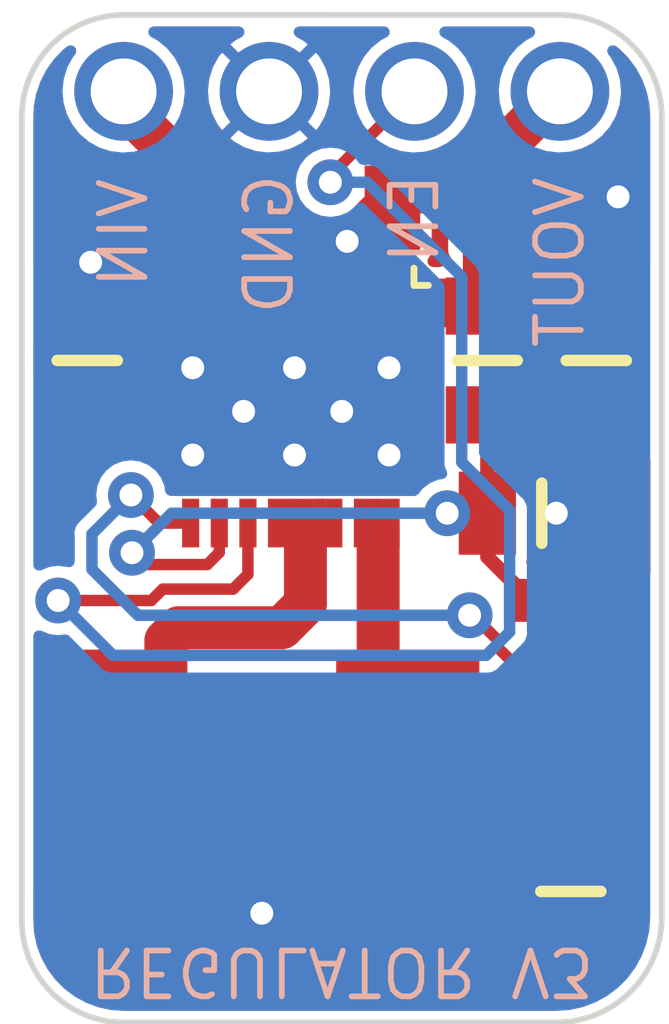
<source format=kicad_pcb>
(kicad_pcb (version 20211014) (generator pcbnew)
  (layers (0 "F.Cu" signal) (31 "B.Cu" signal) (34 "B.Paste" user) (35 "F.Paste" user) (36 "B.SilkS" user "B.Silkscreen") (37 "F.SilkS" user "F.Silkscreen") (38 "B.Mask" user) (39 "F.Mask" user) (44 "Edge.Cuts" user))
  (net 0 "")
  (net 1 "/VIN")
  (net 2 "GND")
  (net 3 "/EN")
  (net 4 "Net-(IC1-Pad12)")
  (net 5 "Net-(IC1-Pad15)")
  (net 6 "Net-(IC1-Pad8)")
  (net 7 "Net-(C2-Pad1)")
  (net 8 "Net-(C2-Pad2)")
  (net 9 "Net-(C3-Pad1)")
  (net 10 "Net-(C4-Pad2)")
  (net 11 "/IC_VOUT")
  (footprint "SamacSys_Parts:RESC2012X60N" (layer "F.Cu") (at 133.731 49.403 -90)
    (fp_text reference "R1" hide)
    (fp_text value "90.9k" hide)
    (fp_line (start 0 -0.525) (end 0 0.525) (layer "F.SilkS") (width 0.2))
    (pad "1" smd rect locked (at -0.95 0 270) (size 1 1.45) (layers "F.Cu" "F.Paste" "F.Mask") (net 2 "GND"))
    (pad "2" smd rect locked (at 0.95 0 270) (size 1 1.45) (layers "F.Cu" "F.Paste" "F.Mask") (net 6 "Net-(IC1-Pad8)"))
  )
  (footprint "HCP0704-2R3-R:HCP0704-2R3-R" (layer "F.Cu") (at 136.779 56.4515 180)
    (fp_text reference "L1" hide)
    (fp_text value "2.2pH" hide)
    (pad "1" smd rect (at -2.55 0 180) (size 2.5 4) (layers "F.Cu" "F.Paste" "F.Mask") (net 5 "Net-(IC1-Pad15)"))
    (pad "2" smd rect (at 2.55 0 180) (size 2.5 4) (layers "F.Cu" "F.Paste" "F.Mask") (net 4 "Net-(IC1-Pad12)"))
    (zone (net 0) (net_name "") (layers "F.Cu" "In1.Cu" "In2.Cu" "In3.Cu" "In4.Cu" "In5.Cu" "In6.Cu" "In7.Cu" "In8.Cu" "In9.Cu" "In10.Cu" "In11.Cu" "In12.Cu" "In13.Cu" "In14.Cu" "In15.Cu" "In16.Cu" "In17.Cu" "In18.Cu" "In19.Cu" "In20.Cu" "In21.Cu" "In22.Cu" "In23.Cu" "In24.Cu" "In25.Cu" "In26.Cu" "In27.Cu" "In28.Cu" "In29.Cu" "In30.Cu") (connect_pads (clearance 0)) (min_thickness 0.254)
      (keepout (tracks not_allowed) (vias not_allowed) (pads not_allowed) (copperpour not_allowed) (footprints allowed))
      (fill (thermal_gap 0.508) (thermal_bridge_width 0.508))
      (polygon (pts (xy 135.478844 58.450088) (xy 135.4836 54.4449) (xy 138.0744 54.4449) (xy 138.0744 58.4581)))
    )
  )
  (footprint "SamacSys_Parts:RESC2012X60N" (layer "F.Cu") (at 142.1765 58.674 -90)
    (fp_text reference "R2" hide)
    (fp_text value "49.9k" hide)
    (fp_line (start 0 -0.525) (end 0 0.525) (layer "F.SilkS") (width 0.2))
    (pad "1" smd rect locked (at -0.95 0 270) (size 1 1.45) (layers "F.Cu" "F.Paste" "F.Mask") (net 7 "Net-(C2-Pad1)"))
    (pad "2" smd rect locked (at 0.95 0 270) (size 1 1.45) (layers "F.Cu" "F.Paste" "F.Mask") (net 9 "Net-(C3-Pad1)"))
  )
  (footprint "M20-9730446:HDRV4W66P0X254_1X4_1016X254X954P" (layer "F.Cu") (at 134.366 44.704)
    (fp_text reference "J1" hide)
    (fp_text value "M20-9730446" hide)
    (pad "1" thru_hole circle (at 0 0) (size 1.725 1.725) (drill 1.15) (layers *.Cu *.Mask) (net 1 "/VIN"))
    (pad "2" thru_hole circle (at 2.54 0) (size 1.725 1.725) (drill 1.15) (layers *.Cu *.Mask) (net 2 "GND"))
    (pad "3" thru_hole circle (at 5.08 0) (size 1.725 1.725) (drill 1.15) (layers *.Cu *.Mask) (net 3 "/EN"))
    (pad "4" thru_hole circle (at 7.62 0) (size 1.725 1.725) (drill 1.15) (layers *.Cu *.Mask) (net 11 "/IC_VOUT"))
  )
  (footprint "SamacSys_Parts:CAPC1608X90N" (layer "F.Cu") (at 142.875 54.2925 90)
    (fp_text reference "C4" hide)
    (fp_text value "47pF" hide)
    (pad "1" smd rect locked (at -0.7 0 90) (size 0.75 0.94) (layers "F.Cu" "F.Paste" "F.Mask") (net 8 "Net-(C2-Pad2)"))
    (pad "2" smd rect locked (at 0.7 0 90) (size 0.75 0.94) (layers "F.Cu" "F.Paste" "F.Mask") (net 10 "Net-(C4-Pad2)"))
  )
  (footprint "SamacSys_Parts:RESC2012X60N" (layer "F.Cu") (at 140.716 49.403 -90)
    (fp_text reference "R3" hide)
    (fp_text value "182k" hide)
    (fp_line (start 0 -0.525) (end 0 0.525) (layer "F.SilkS") (width 0.2))
    (pad "1" smd rect locked (at -0.95 0 270) (size 1 1.45) (layers "F.Cu" "F.Paste" "F.Mask") (net 11 "/IC_VOUT"))
    (pad "2" smd rect locked (at 0.95 0 270) (size 1 1.45) (layers "F.Cu" "F.Paste" "F.Mask") (net 8 "Net-(C2-Pad2)"))
  )
  (footprint "SamacSys_Parts:CAPC1608X90N" (layer "F.Cu") (at 141.478 54.2925 90)
    (fp_text reference "C2" hide)
    (fp_text value "12pF" hide)
    (pad "1" smd rect locked (at -0.7 0 90) (size 0.75 0.94) (layers "F.Cu" "F.Paste" "F.Mask") (net 7 "Net-(C2-Pad1)"))
    (pad "2" smd rect locked (at 0.7 0 90) (size 0.75 0.94) (layers "F.Cu" "F.Paste" "F.Mask") (net 8 "Net-(C2-Pad2)"))
  )
  (footprint "LTC3113EDHD#TRPBF:SON50P400X500X80-17N-D" (layer "F.Cu") (at 137.287 50.292 -90)
    (fp_text reference "IC1" hide)
    (fp_text value "LTC3113EDHD" hide)
    (fp_line (start -2.5 -2.15) (end -2.2 -2.15) (layer "F.SilkS") (width 0.12))
    (fp_line (start -2.2 -2.15) (end -2.2 -2.4) (layer "F.SilkS") (width 0.12))
    (pad "1" smd rect (at -1.95 -1.75) (size 0.3 0.85) (layers "F.Cu" "F.Paste" "F.Mask") (net 11 "/IC_VOUT"))
    (pad "2" smd rect (at -1.95 -1.25) (size 0.3 0.85) (layers "F.Cu" "F.Paste" "F.Mask") (net 11 "/IC_VOUT"))
    (pad "3" smd rect (at -1.95 -0.75) (size 0.3 0.85) (layers "F.Cu" "F.Paste" "F.Mask") (net 1 "/VIN"))
    (pad "4" smd rect (at -1.95 -0.25) (size 0.3 0.85) (layers "F.Cu" "F.Paste" "F.Mask") (net 1 "/VIN"))
    (pad "5" smd rect (at -1.95 0.25) (size 0.3 0.85) (layers "F.Cu" "F.Paste" "F.Mask") (net 1 "/VIN"))
    (pad "6" smd rect (at -1.95 0.75) (size 0.3 0.85) (layers "F.Cu" "F.Paste" "F.Mask") (net 2 "GND"))
    (pad "7" smd rect (at -1.95 1.25) (size 0.3 0.85) (layers "F.Cu" "F.Paste" "F.Mask") (net 2 "GND"))
    (pad "8" smd rect (at -1.95 1.75) (size 0.3 0.85) (layers "F.Cu" "F.Paste" "F.Mask") (net 6 "Net-(IC1-Pad8)"))
    (pad "9" smd rect (at 1.95 1.75) (size 0.3 0.85) (layers "F.Cu" "F.Paste" "F.Mask") (net 7 "Net-(C2-Pad1)"))
    (pad "10" smd rect (at 1.95 1.25) (size 0.3 0.85) (layers "F.Cu" "F.Paste" "F.Mask") (net 8 "Net-(C2-Pad2)"))
    (pad "11" smd rect (at 1.95 0.75) (size 0.3 0.85) (layers "F.Cu" "F.Paste" "F.Mask") (net 3 "/EN"))
    (pad "12" smd rect (at 1.95 0.25) (size 0.3 0.85) (layers "F.Cu" "F.Paste" "F.Mask") (net 4 "Net-(IC1-Pad12)"))
    (pad "13" smd rect (at 1.95 -0.25) (size 0.3 0.85) (layers "F.Cu" "F.Paste" "F.Mask") (net 4 "Net-(IC1-Pad12)"))
    (pad "14" smd rect (at 1.95 -0.75) (size 0.3 0.85) (layers "F.Cu" "F.Paste" "F.Mask") (net 4 "Net-(IC1-Pad12)"))
    (pad "15" smd rect (at 1.95 -1.25) (size 0.3 0.85) (layers "F.Cu" "F.Paste" "F.Mask") (net 5 "Net-(IC1-Pad15)"))
    (pad "16" smd rect (at 1.95 -1.75) (size 0.3 0.85) (layers "F.Cu" "F.Paste" "F.Mask") (net 5 "Net-(IC1-Pad15)"))
    (pad "17" smd rect (at 0 0 270) (size 2.54 4.44) (layers "F.Cu" "F.Paste" "F.Mask") (net 2 "GND"))
  )
  (footprint "SamacSys_Parts:RESC2012X60N" (layer "F.Cu") (at 142.621 49.403 -90)
    (fp_text reference "R5" hide)
    (fp_text value "6.49k" hide)
    (fp_line (start 0 -0.525) (end 0 0.525) (layer "F.SilkS") (width 0.2))
    (pad "1" smd rect locked (at -0.95 0 270) (size 1 1.45) (layers "F.Cu" "F.Paste" "F.Mask") (net 11 "/IC_VOUT"))
    (pad "2" smd rect locked (at 0.95 0 270) (size 1 1.45) (layers "F.Cu" "F.Paste" "F.Mask") (net 10 "Net-(C4-Pad2)"))
  )
  (footprint "GRM21BR71C475KE51L:CAPC2012X145N" (layer "F.Cu") (at 134.62 46.736 180)
    (fp_text reference "C1" hide)
    (fp_text value "47uF" hide)
    (pad "1" smd rect locked (at -0.83 0 180) (size 0.97 1.47) (layers "F.Cu" "F.Paste" "F.Mask") (net 1 "/VIN"))
    (pad "2" smd rect locked (at 0.83 0 180) (size 0.97 1.47) (layers "F.Cu" "F.Paste" "F.Mask") (net 2 "GND"))
  )
  (footprint "GRM21BR71C475KE51L:CAPC2012X145N" (layer "F.Cu") (at 139.8905 46.736 180)
    (fp_text reference "C5" hide)
    (fp_text value "100uF" hide)
    (pad "1" smd rect locked (at -0.83 0 180) (size 0.97 1.47) (layers "F.Cu" "F.Paste" "F.Mask") (net 11 "/IC_VOUT"))
    (pad "2" smd rect locked (at 0.83 0 180) (size 0.97 1.47) (layers "F.Cu" "F.Paste" "F.Mask") (net 2 "GND"))
  )
  (footprint "SamacSys_Parts:RESC2012X60N" (layer "F.Cu") (at 141.6685 52.07)
    (fp_text reference "R4" hide)
    (fp_text value "182k" hide)
    (fp_line (start 0 -0.525) (end 0 0.525) (layer "F.SilkS") (width 0.2))
    (pad "1" smd rect locked (at -0.95 0) (size 1 1.45) (layers "F.Cu" "F.Paste" "F.Mask") (net 8 "Net-(C2-Pad2)"))
    (pad "2" smd rect locked (at 0.95 0) (size 1 1.45) (layers "F.Cu" "F.Paste" "F.Mask") (net 2 "GND"))
  )
  (footprint "SamacSys_Parts:CAPC1608X90N" (layer "F.Cu") (at 142.1765 56.261)
    (fp_text reference "C3" hide)
    (fp_text value "680pF" hide)
    (pad "1" smd rect locked (at -0.7 0) (size 0.75 0.94) (layers "F.Cu" "F.Paste" "F.Mask") (net 9 "Net-(C3-Pad1)"))
    (pad "2" smd rect locked (at 0.7 0) (size 0.75 0.94) (layers "F.Cu" "F.Paste" "F.Mask") (net 8 "Net-(C2-Pad2)"))
  )
  (gr_line (start 134.366 60.96) (end 141.9225 60.96) (layer "Edge.Cuts") (width 0.1))
  (gr_line (start 134.366 43.369367) (end 141.986 43.3705) (layer "Edge.Cuts") (width 0.1))
  (gr_line (start 143.764 59.1185) (end 143.764 45.1485) (layer "Edge.Cuts") (width 0.1))
  (gr_arc (start 134.366 60.96) (mid 133.108764 60.439236) (end 132.588 59.182) (layer "Edge.Cuts") (width 0.1))
  (gr_arc (start 141.986 43.3705) (mid 143.243236 43.891264) (end 143.764 45.1485) (layer "Edge.Cuts") (width 0.1))
  (gr_arc (start 132.588001 45.212) (mid 133.085709 43.913118) (end 134.366 43.369367) (layer "Edge.Cuts") (width 0.1))
  (gr_line (start 132.588 59.182) (end 132.588001 45.212) (layer "Edge.Cuts") (width 0.1))
  (gr_arc (start 143.764 59.1185) (mid 143.224637 60.420637) (end 141.9225 60.96) (layer "Edge.Cuts") (width 0.1))
  (gr_text "GND\n" (at 136.906 47.371 90) (layer "B.SilkS") (effects (font (size 0.8 0.8) (thickness 0.1)) (justify mirror)))
  (gr_text "EN\n" (at 139.446 46.9265 90) (layer "B.SilkS") (effects (font (size 0.8 0.8) (thickness 0.1)) (justify mirror)))
  (gr_text "VOUT\n" (at 141.986 47.6885 90) (layer "B.SilkS") (effects (font (size 0.8 0.8) (thickness 0.1)) (justify mirror)))
  (gr_text "VIN" (at 134.366 47.1805 90) (layer "B.SilkS") (effects (font (size 0.8 0.8) (thickness 0.1)) (justify mirror)))
  (gr_text "REGULATOR V3" (at 138.176 60.071 180) (layer "B.SilkS") (effects (font (size 0.8 0.8) (thickness 0.1)) (justify mirror)))
  (segment (start 135.45 46.042) (end 134.366 44.958) (width 0.75) (layer "F.Cu") (net 1))
  (segment (start 135.45 46.736) (end 135.45 46.042) (width 0.75) (layer "F.Cu") (net 1))
  (segment (start 136.398 46.736) (end 135.45 46.736) (width 0.75) (layer "F.Cu") (net 1))
  (segment (start 136.398 46.736) (end 137.287 47.625) (width 0.75) (layer "F.Cu") (net 1))
  (segment (start 134.366 44.958) (end 134.366 44.704) (width 0.75) (layer "F.Cu") (net 1))
  (segment (start 137.287 47.625) (end 137.287 48.3235) (width 0.75) (layer "F.Cu") (net 1))
  (segment (start 135.636 49.53) (end 136.037 49.129) (width 0.25) (layer "F.Cu") (net 2))
  (segment (start 138.269986 47.32327) (end 138.322396 47.32327) (width 0.75) (layer "F.Cu") (net 2))
  (segment (start 133.79 48.394) (end 133.731 48.453) (width 0.75) (layer "F.Cu") (net 2))
  (segment (start 138.909666 46.736) (end 139.0605 46.736) (width 0.75) (layer "F.Cu") (net 2))
  (segment (start 138.8745 46.736) (end 139.0605 46.736) (width 0.25) (layer "F.Cu") (net 2))
  (segment (start 136.537 48.342) (end 136.537 49.542) (width 0.25) (layer "F.Cu") (net 2))
  (segment (start 136.537 49.542) (end 137.287 50.292) (width 0.25) (layer "F.Cu") (net 2))
  (segment (start 136.037 49.129) (end 136.037 48.342) (width 0.25) (layer "F.Cu") (net 2))
  (segment (start 138.322396 47.32327) (end 138.909666 46.736) (width 0.75) (layer "F.Cu") (net 2))
  (segment (start 133.79 47.6885) (end 133.79 48.394) (width 0.75) (layer "F.Cu") (net 2))
  (segment (start 133.79 46.736) (end 133.79 47.6885) (width 0.75) (layer "F.Cu") (net 2))
  (via (at 136.779 59.055) (size 0.8) (drill 0.4) (layers "F.Cu" "B.Cu") (net 2))
  (via (at 137.3505 51.054) (size 0.8) (drill 0.4) (layers "F.Cu" "B.Cu") (net 2))
  (via (at 138.269986 47.32327) (size 0.8) (drill 0.4) (layers "F.Cu" "B.Cu") (net 2))
  (via (at 139.0015 49.53) (size 0.8) (drill 0.4) (layers "F.Cu" "B.Cu") (net 2))
  (via (at 135.5725 51.054) (size 0.8) (drill 0.4) (layers "F.Cu" "B.Cu") (net 2))
  (via (at 137.3505 49.53) (size 0.8) (drill 0.4) (layers "F.Cu" "B.Cu") (net 2))
  (via (at 136.4615 50.292) (size 0.8) (drill 0.4) (layers "F.Cu" "B.Cu") (net 2))
  (via (at 143.002 46.5455) (size 0.8) (drill 0.4) (layers "F.Cu" "B.Cu") (net 2))
  (via (at 141.9225 52.07) (size 0.8) (drill 0.4) (layers "F.Cu" "B.Cu") (net 2))
  (via (at 139.0015 51.054) (size 0.8) (drill 0.4) (layers "F.Cu" "B.Cu") (net 2))
  (via (at 135.5725 49.53) (size 0.8) (drill 0.4) (layers "F.Cu" "B.Cu") (net 2))
  (via (at 138.176 50.292) (size 0.8) (drill 0.4) (layers "F.Cu" "B.Cu") (net 2))
  (via (at 133.79 47.6885) (size 0.8) (drill 0.4) (layers "F.Cu" "B.Cu") (net 2))
  (segment (start 136.537 53.1375) (end 136.537 52.242) (width 0.2) (layer "F.Cu") (net 3))
  (segment (start 133.223 53.594) (end 134.850226 53.594) (width 0.2) (layer "F.Cu") (net 3))
  (segment (start 135.048867 53.39536) (end 136.27914 53.39536) (width 0.2) (layer "F.Cu") (net 3))
  (segment (start 137.975998 46.2915) (end 137.975998 46.174002) (width 0.2) (layer "F.Cu") (net 3))
  (segment (start 134.850226 53.594) (end 135.048867 53.39536) (width 0.2) (layer "F.Cu") (net 3))
  (segment (start 136.27914 53.39536) (end 136.537 53.1375) (width 0.2) (layer "F.Cu") (net 3))
  (segment (start 137.975998 46.174002) (end 139.446 44.704) (width 0.2) (layer "F.Cu") (net 3))
  (via (at 137.975998 46.2915) (size 0.8) (drill 0.4) (layers "F.Cu" "B.Cu") (net 3))
  (via (at 133.223 53.594) (size 0.8) (drill 0.4) (layers "F.Cu" "B.Cu") (net 3))
  (segment (start 140.2715 51.181) (end 141.108009 52.017509) (width 0.2) (layer "B.Cu") (net 3))
  (segment (start 140.698246 54.551509) (end 134.180509 54.551509) (width 0.2) (layer "B.Cu") (net 3))
  (segment (start 134.180509 54.551509) (end 133.223 53.594) (width 0.2) (layer "B.Cu") (net 3))
  (segment (start 137.975998 46.2915) (end 138.6205 46.2915) (width 0.2) (layer "B.Cu") (net 3))
  (segment (start 141.108009 52.017509) (end 141.108009 54.141746) (width 0.2) (layer "B.Cu") (net 3))
  (segment (start 140.2715 47.9425) (end 140.2715 51.181) (width 0.2) (layer "B.Cu") (net 3))
  (segment (start 141.108009 54.141746) (end 140.698246 54.551509) (width 0.2) (layer "B.Cu") (net 3))
  (segment (start 138.6205 46.2915) (end 140.2715 47.9425) (width 0.2) (layer "B.Cu") (net 3))
  (segment (start 137.541 52.3015) (end 137.541 53.6575) (width 0.75) (layer "F.Cu") (net 4))
  (segment (start 137.541 53.6575) (end 137.12862 54.06988) (width 0.75) (layer "F.Cu") (net 4))
  (segment (start 135.103824 55.576676) (end 134.229 56.4515) (width 0.75) (layer "F.Cu") (net 4))
  (segment (start 137.12862 54.06988) (end 135.328262 54.06988) (width 0.75) (layer "F.Cu") (net 4))
  (segment (start 135.103824 54.294318) (end 135.103824 55.576676) (width 0.75) (layer "F.Cu") (net 4))
  (segment (start 135.328262 54.06988) (end 135.103824 54.294318) (width 0.75) (layer "F.Cu") (net 4))
  (segment (start 138.811 55.9335) (end 139.329 56.4515) (width 0.75) (layer "F.Cu") (net 5))
  (segment (start 138.811 52.3055) (end 138.811 55.9335) (width 0.75) (layer "F.Cu") (net 5))
  (segment (start 133.8605 50.353) (end 133.731 50.353) (width 0.2) (layer "F.Cu") (net 6))
  (segment (start 135.173 48.342) (end 135.537 48.342) (width 0.2) (layer "F.Cu") (net 6))
  (segment (start 135.173 48.342) (end 134.755511 48.759489) (width 0.2) (layer "F.Cu") (net 6))
  (segment (start 134.755511 48.759489) (end 134.755511 49.457989) (width 0.2) (layer "F.Cu") (net 6))
  (segment (start 134.755511 49.457989) (end 133.8605 50.353) (width 0.2) (layer "F.Cu") (net 6))
  (segment (start 141.543 54.9925) (end 141.478 54.9925) (width 0.25) (layer "F.Cu") (net 7))
  (segment (start 140.9065 54.421) (end 141.478 54.9925) (width 0.2) (layer "F.Cu") (net 7))
  (segment (start 142.1765 55.626) (end 141.543 54.9925) (width 0.25) (layer "F.Cu") (net 7))
  (segment (start 142.1765 57.724) (end 142.1765 55.626) (width 0.25) (layer "F.Cu") (net 7))
  (segment (start 140.465998 53.851998) (end 140.9065 54.2925) (width 0.2) (layer "F.Cu") (net 7))
  (segment (start 140.9065 54.2925) (end 140.9065 54.421) (width 0.2) (layer "F.Cu") (net 7))
  (segment (start 134.9825 52.242) (end 135.537 52.242) (width 0.2) (layer "F.Cu") (net 7))
  (segment (start 134.493 51.7525) (end 134.9825 52.242) (width 0.2) (layer "F.Cu") (net 7))
  (segment (start 140.408498 53.851998) (end 140.465998 53.851998) (width 0.2) (layer "F.Cu") (net 7))
  (segment (start 141.6685 57.6605) (end 141.732 57.724) (width 0.25) (layer "F.Cu") (net 7))
  (via (at 134.493 51.7525) (size 0.8) (drill 0.4) (layers "F.Cu" "B.Cu") (net 7))
  (via (at 140.408498 53.851998) (size 0.8) (drill 0.4) (layers "F.Cu" "B.Cu") (net 7))
  (segment (start 140.408498 53.851998) (end 134.61516 53.851998) (width 0.2) (layer "B.Cu") (net 7))
  (segment (start 134.61516 53.851998) (end 133.812939 53.049777) (width 0.2) (layer "B.Cu") (net 7))
  (segment (start 133.812939 53.049777) (end 133.812939 52.432561) (width 0.2) (layer "B.Cu") (net 7))
  (segment (start 133.812939 52.432561) (end 134.493 51.7525) (width 0.2) (layer "B.Cu") (net 7))
  (segment (start 140.7185 52.07) (end 140.7185 52.833) (width 0.25) (layer "F.Cu") (net 8))
  (segment (start 134.51245 52.760029) (end 134.718932 52.966511) (width 0.2) (layer "F.Cu") (net 8))
  (segment (start 136.037 52.755489) (end 136.037 52.242) (width 0.2) (layer "F.Cu") (net 8))
  (segment (start 141.478 53.5955) (end 142.875 54.9925) (width 0.25) (layer "F.Cu") (net 8))
  (segment (start 142.8765 54.994) (end 142.875 54.9925) (width 0.25) (layer "F.Cu") (net 8))
  (segment (start 142.8765 56.261) (end 142.8765 54.994) (width 0.25) (layer "F.Cu") (net 8))
  (segment (start 140.97 52.3215) (end 140.7185 52.07) (width 0.25) (layer "F.Cu") (net 8))
  (segment (start 140.7185 52.833) (end 141.478 53.5925) (width 0.25) (layer "F.Cu") (net 8))
  (segment (start 141.478 53.5925) (end 141.478 53.5955) (width 0.25) (layer "F.Cu") (net 8))
  (segment (start 140.7185 52.07) (end 140.7185 50.3555) (width 0.25) (layer "F.Cu") (net 8))
  (segment (start 140.7185 50.3555) (end 140.716 50.353) (width 0.25) (layer "F.Cu") (net 8))
  (segment (start 134.718932 52.966511) (end 135.825978 52.966511) (width 0.2) (layer "F.Cu") (net 8))
  (segment (start 135.825978 52.966511) (end 136.037 52.755489) (width 0.2) (layer "F.Cu") (net 8))
  (via (at 140.0175 52.07) (size 0.8) (drill 0.4) (layers "F.Cu" "B.Cu") (net 8))
  (via (at 134.51245 52.760029) (size 0.8) (drill 0.4) (layers "F.Cu" "B.Cu") (net 8))
  (segment (start 135.202479 52.07) (end 134.51245 52.760029) (width 0.2) (layer "B.Cu") (net 8))
  (segment (start 140.0175 52.07) (end 135.202479 52.07) (width 0.2) (layer "B.Cu") (net 8))
  (segment (start 141.097 58.7375) (end 141.9835 59.624) (width 0.25) (layer "F.Cu") (net 9))
  (segment (start 141.4765 56.261) (end 141.4765 56.3895) (width 0.25) (layer "F.Cu") (net 9))
  (segment (start 141.4765 56.3895) (end 141.097 56.769) (width 0.25) (layer "F.Cu") (net 9))
  (segment (start 141.097 56.769) (end 141.097 58.7375) (width 0.25) (layer "F.Cu") (net 9))
  (segment (start 141.9835 59.624) (end 142.1765 59.624) (width 0.25) (layer "F.Cu") (net 9))
  (segment (start 142.621 50.353) (end 143.443011 51.175011) (width 0.25) (layer "F.Cu") (net 10))
  (segment (start 142.621 50.353) (end 142.56 50.353) (width 0.25) (layer "F.Cu") (net 10))
  (segment (start 143.443011 53.087989) (end 142.875 53.656) (width 0.25) (layer "F.Cu") (net 10))
  (segment (start 143.443011 51.175011) (end 143.443011 53.087989) (width 0.25) (layer "F.Cu") (net 10))
  (segment (start 140.660489 48.397489) (end 140.716 48.453) (width 0.85) (layer "F.Cu") (net 11))
  (segment (start 140.716 48.453) (end 140.716 46.7405) (width 0.85) (layer "F.Cu") (net 11))
  (segment (start 140.716 46.7405) (end 140.7205 46.736) (width 0.75) (layer "F.Cu") (net 11))
  (segment (start 140.7205 45.9695) (end 141.986 44.704) (width 0.75) (layer "F.Cu") (net 11))
  (segment (start 139.1005 48.397489) (end 140.660489 48.397489) (width 0.85) (layer "F.Cu") (net 11))
  (segment (start 142.621 48.453) (end 140.716 48.453) (width 0.85) (layer "F.Cu") (net 11))
  (segment (start 140.605 48.342) (end 140.716 48.453) (width 0.75) (layer "F.Cu") (net 11))
  (segment (start 140.7205 46.736) (end 140.7205 45.9695) (width 0.75) (layer "F.Cu") (net 11))
  (zone (net 5) (net_name "Net-(IC1-Pad15)") (layer "F.Cu") (connect_pads (clearance 0)) (min_thickness 0.0254) (fill yes (thermal_gap 0) (thermal_bridge_width 0.1))
    (polygon (pts (xy 139.185277 52.667044) (xy 138.386977 52.667156) (xy 138.387037 51.817062) (xy 139.18687 51.816708)))
  )
  (zone (net 1) (net_name "/VIN") (layer "F.Cu") (connect_pads (clearance 0)) (min_thickness 0.0254) (fill yes (thermal_gap 0) (thermal_bridge_width 0.1))
    (polygon (pts (xy 138.1877 48.767103) (xy 136.887177 48.767103) (xy 136.887177 47.918313) (xy 138.186803 47.918313)))
  )
  (zone (net 11) (net_name "/IC_VOUT") (layer "F.Cu") (connect_pads (clearance 0)) (min_thickness 0.0254) (fill yes (thermal_gap 0) (thermal_bridge_width 0.1))
    (polygon (pts (xy 139.187228 48.766431) (xy 138.387185 48.766691) (xy 138.387488 47.917005) (xy 139.187115 47.916739)))
  )
  (zone (net 2) (net_name "GND") (layers F&B.Cu) (connect_pads (clearance 0.2)) (min_thickness 0.2) (fill yes (thermal_gap 0.2) (thermal_bridge_width 0.2) (smoothing fillet))
    (polygon (pts (xy 143.891 60.8965) (xy 132.207 60.8965) (xy 132.461 43.3705) (xy 143.891 43.3705)))
  )
  (zone (net 4) (net_name "Net-(IC1-Pad12)") (layer "F.Cu") (connect_pads (clearance 0)) (min_thickness 0.0254) (fill yes (thermal_gap 0) (thermal_bridge_width 0.1))
    (polygon (pts (xy 138.186803 52.666771) (xy 136.887177 52.665875) (xy 136.887177 51.816188) (xy 138.186803 51.815292)))
  )
  (zone (net 2) (net_name "GND") (layer "F.Cu") (connect_pads (clearance 0)) (min_thickness 0.0254) (fill yes (thermal_gap 0) (thermal_bridge_width 0.1))
    (polygon (pts (xy 136.687115 49.022) (xy 135.887535 49.022) (xy 135.886919 47.917812) (xy 136.68691 47.917035)))
  )
)
</source>
